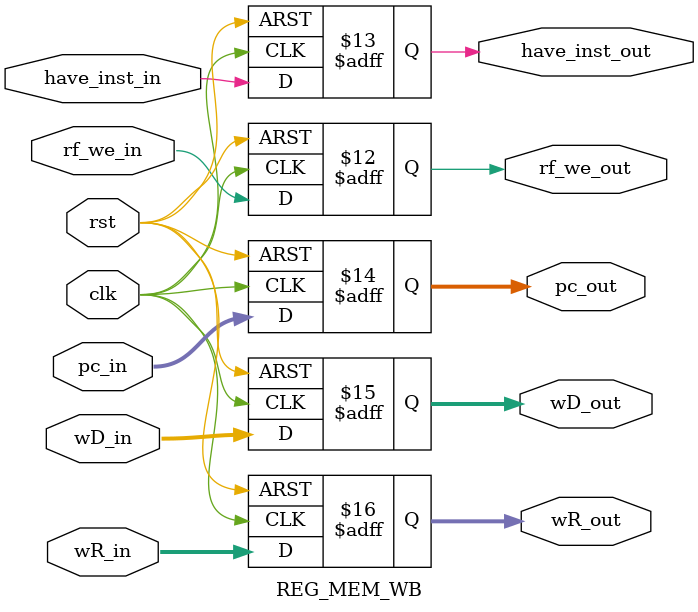
<source format=v>
`timescale 1ns / 1ps


module REG_MEM_WB(
    input wire        clk,
    input wire        rst,  
    
    input wire [4 :0] wR_in,
    input wire [31:0] wD_in,
    input wire [31:0] pc_in,
    input wire        have_inst_in,
    input wire        rf_we_in,

    output reg [4 :0] wR_out,
    output reg [31:0] wD_out,
    output reg [31:0] pc_out,
    output reg        have_inst_out,
    output reg        rf_we_out
    );

    wire rst_n = ~rst;

    always @ (posedge clk or negedge rst_n) begin
        if(~rst_n)      wR_out <= 5'b0;
        else         wR_out <= wR_in;
    end

    always @ (posedge clk or negedge rst_n) begin
        if(~rst_n)      wD_out <= 32'b0;
        else         wD_out <= wD_in;
    end

    always @ (posedge clk or negedge rst_n) begin
        if(~rst_n)      pc_out <= 32'b0;
        else         pc_out <= pc_in;
    end

    always @(posedge clk or negedge rst_n) begin
        if(~rst_n)      have_inst_out <= 1'b0;
        else         have_inst_out <= have_inst_in;
    end

    always @ (posedge clk or negedge rst_n) begin
        if(~rst_n)      rf_we_out <= 1'b0;
        else         rf_we_out <= rf_we_in;
    end

endmodule

</source>
